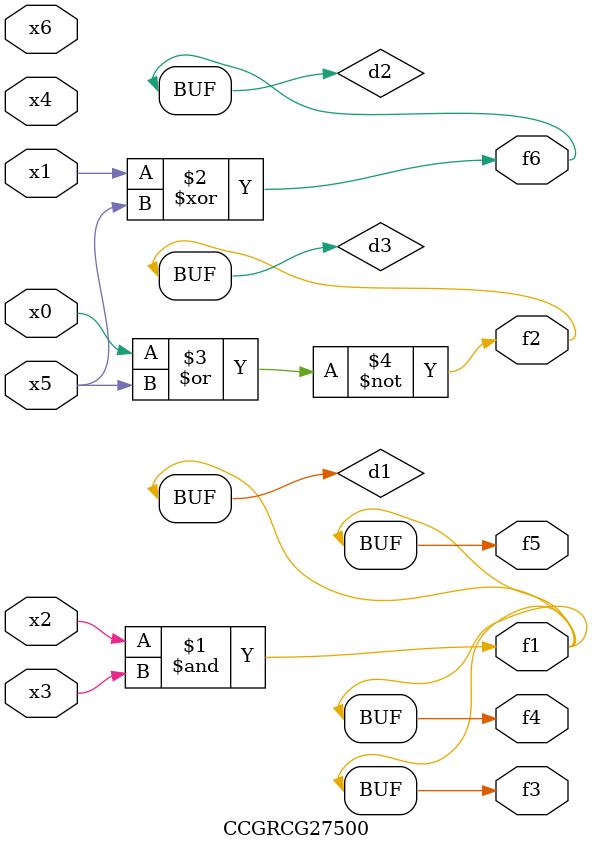
<source format=v>
module CCGRCG27500(
	input x0, x1, x2, x3, x4, x5, x6,
	output f1, f2, f3, f4, f5, f6
);

	wire d1, d2, d3;

	and (d1, x2, x3);
	xor (d2, x1, x5);
	nor (d3, x0, x5);
	assign f1 = d1;
	assign f2 = d3;
	assign f3 = d1;
	assign f4 = d1;
	assign f5 = d1;
	assign f6 = d2;
endmodule

</source>
